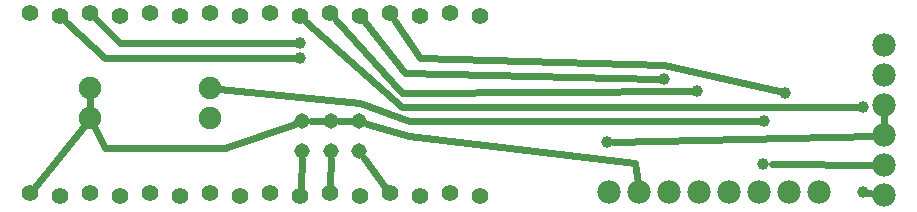
<source format=gbl>
G04 MADE WITH FRITZING*
G04 WWW.FRITZING.ORG*
G04 DOUBLE SIDED*
G04 HOLES PLATED*
G04 CONTOUR ON CENTER OF CONTOUR VECTOR*
%ASAXBY*%
%FSLAX23Y23*%
%MOIN*%
%OFA0B0*%
%SFA1.0B1.0*%
%ADD10C,0.039370*%
%ADD11C,0.078000*%
%ADD12C,0.051496*%
%ADD13C,0.055000*%
%ADD14C,0.075000*%
%ADD15C,0.024000*%
%LNCOPPER0*%
G90*
G70*
G54D10*
X2834Y356D03*
X2834Y73D03*
X959Y568D03*
X959Y518D03*
G54D11*
X2904Y162D03*
X2904Y62D03*
X2904Y362D03*
X2904Y262D03*
X2904Y562D03*
X2904Y462D03*
G54D12*
X1156Y309D03*
X1156Y209D03*
X1062Y309D03*
X1062Y209D03*
X967Y309D03*
X967Y209D03*
G54D13*
X59Y68D03*
X159Y60D03*
X259Y68D03*
X359Y60D03*
X459Y68D03*
X559Y60D03*
X659Y68D03*
X759Y60D03*
X859Y68D03*
X959Y60D03*
X1059Y68D03*
X1159Y60D03*
X1259Y68D03*
X1359Y60D03*
X1459Y68D03*
X1559Y60D03*
X59Y668D03*
X159Y660D03*
X259Y668D03*
X359Y660D03*
X459Y668D03*
X559Y660D03*
X659Y668D03*
X759Y660D03*
X859Y668D03*
X959Y660D03*
X1059Y668D03*
X1159Y660D03*
X1259Y668D03*
X1359Y660D03*
X1459Y668D03*
X1559Y660D03*
G54D11*
X1990Y73D03*
X2090Y73D03*
X2190Y73D03*
X2290Y73D03*
X2390Y73D03*
X2490Y73D03*
X2590Y73D03*
X2690Y73D03*
G54D10*
X1983Y238D03*
X2503Y167D03*
X2574Y403D03*
X2283Y410D03*
X2504Y309D03*
X2172Y451D03*
G54D14*
X259Y318D03*
X659Y318D03*
X259Y418D03*
X659Y418D03*
G54D15*
X1298Y357D02*
X980Y641D01*
D02*
X2815Y356D02*
X1298Y357D01*
D02*
X2875Y66D02*
X2852Y70D01*
D02*
X1242Y91D02*
X1172Y187D01*
D02*
X1310Y468D02*
X2153Y451D01*
D02*
X1177Y638D02*
X1310Y468D01*
D02*
X1298Y404D02*
X2264Y409D01*
D02*
X1078Y647D02*
X1298Y404D01*
D02*
X1159Y368D02*
X688Y415D01*
D02*
X1322Y308D02*
X1159Y368D01*
D02*
X2485Y309D02*
X1322Y308D01*
D02*
X359Y568D02*
X940Y568D01*
D02*
X279Y648D02*
X359Y568D01*
D02*
X309Y518D02*
X940Y518D01*
D02*
X180Y641D02*
X309Y518D01*
D02*
X1035Y309D02*
X994Y309D01*
D02*
X1130Y309D02*
X1089Y309D01*
D02*
X1060Y97D02*
X1061Y182D01*
D02*
X961Y89D02*
X966Y182D01*
D02*
X2904Y331D02*
X2904Y292D01*
D02*
X1360Y518D02*
X2173Y497D01*
D02*
X1275Y644D02*
X1360Y518D01*
D02*
X2173Y497D02*
X2555Y408D01*
D02*
X2077Y168D02*
X2086Y102D01*
D02*
X1322Y261D02*
X2077Y168D01*
D02*
X1182Y301D02*
X1322Y261D01*
D02*
X2874Y261D02*
X2002Y238D01*
D02*
X2885Y162D02*
X2533Y167D01*
D02*
X710Y218D02*
X309Y218D01*
D02*
X942Y300D02*
X710Y218D01*
D02*
X309Y218D02*
X272Y293D01*
D02*
X241Y296D02*
X77Y91D01*
D02*
X259Y347D02*
X259Y390D01*
G04 End of Copper0*
M02*
</source>
